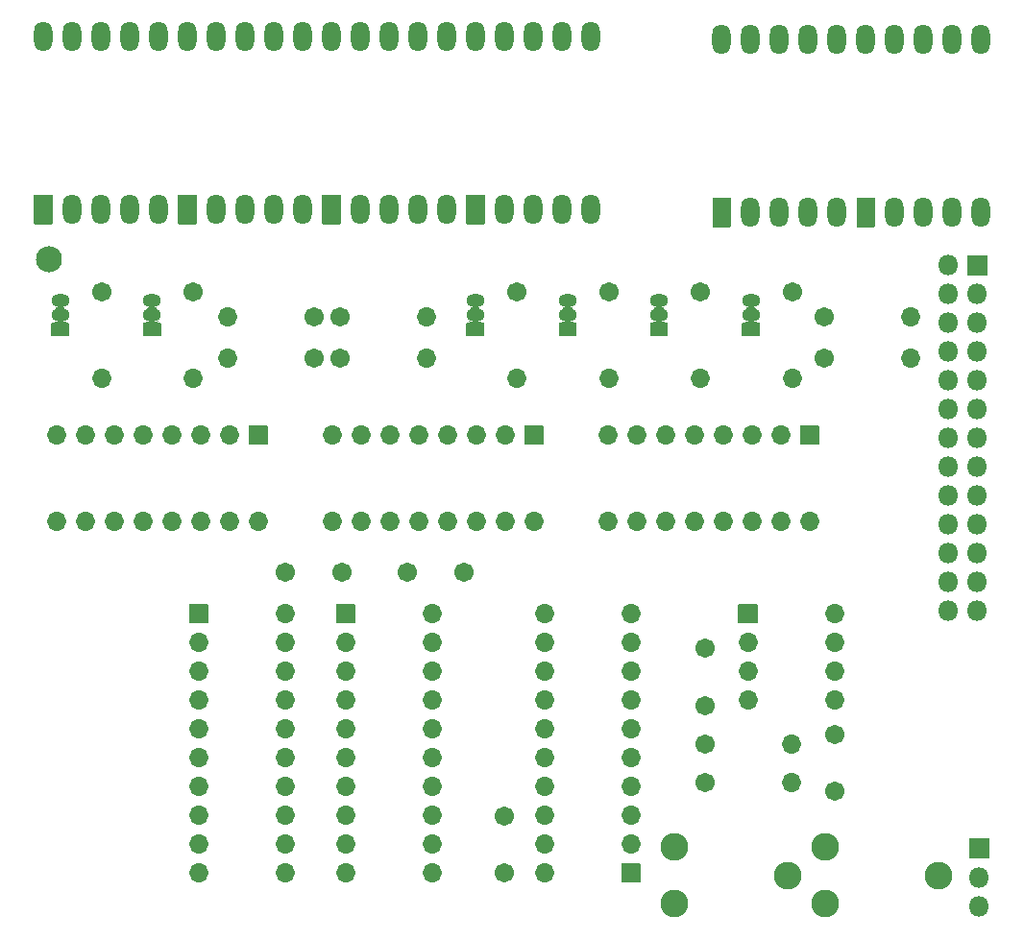
<source format=gts>
G04 #@! TF.GenerationSoftware,KiCad,Pcbnew,(5.1.9)-1*
G04 #@! TF.CreationDate,2023-06-01T16:11:40+01:00*
G04 #@! TF.ProjectId,AT65C02_HEX_rev003,41543635-4330-4325-9f48-45585f726576,Rev003*
G04 #@! TF.SameCoordinates,Original*
G04 #@! TF.FileFunction,Soldermask,Top*
G04 #@! TF.FilePolarity,Negative*
%FSLAX46Y46*%
G04 Gerber Fmt 4.6, Leading zero omitted, Abs format (unit mm)*
G04 Created by KiCad (PCBNEW (5.1.9)-1) date 2023-06-01 16:11:40*
%MOMM*%
%LPD*%
G01*
G04 APERTURE LIST*
%ADD10C,1.702000*%
%ADD11O,1.626000X2.626000*%
%ADD12O,1.602000X1.152000*%
%ADD13O,1.702000X1.702000*%
%ADD14C,2.442000*%
%ADD15O,1.802000X1.802000*%
%ADD16C,2.302000*%
%ADD17C,0.100000*%
G04 APERTURE END LIST*
D10*
X169015000Y-87050000D03*
X174015000Y-87050000D03*
X158242000Y-87050000D03*
X163242000Y-87050000D03*
X177565000Y-108525000D03*
X177565000Y-113525000D03*
D11*
X209438000Y-40042000D03*
X211978000Y-40042000D03*
X214518000Y-40042000D03*
X217058000Y-40042000D03*
X219598000Y-40042000D03*
X219598000Y-55282000D03*
X217058000Y-55282000D03*
X214518000Y-55282000D03*
X211978000Y-55282000D03*
G36*
G01*
X208625000Y-56544000D02*
X208625000Y-54020000D01*
G75*
G02*
X208676000Y-53969000I51000J0D01*
G01*
X210200000Y-53969000D01*
G75*
G02*
X210251000Y-54020000I0J-51000D01*
G01*
X210251000Y-56544000D01*
G75*
G02*
X210200000Y-56595000I-51000J0D01*
G01*
X208676000Y-56595000D01*
G75*
G02*
X208625000Y-56544000I0J51000D01*
G01*
G37*
D10*
X195290000Y-98750000D03*
X195290000Y-93750000D03*
G36*
G01*
X175756000Y-66196000D02*
X174256000Y-66196000D01*
G75*
G02*
X174205000Y-66145000I0J51000D01*
G01*
X174205000Y-65095000D01*
G75*
G02*
X174256000Y-65044000I51000J0D01*
G01*
X175756000Y-65044000D01*
G75*
G02*
X175807000Y-65095000I0J-51000D01*
G01*
X175807000Y-66145000D01*
G75*
G02*
X175756000Y-66196000I-51000J0D01*
G01*
G37*
D12*
X175006000Y-63080000D03*
X175006000Y-64350000D03*
X183166000Y-64350000D03*
X183166000Y-63080000D03*
G36*
G01*
X183916000Y-66196000D02*
X182416000Y-66196000D01*
G75*
G02*
X182365000Y-66145000I0J51000D01*
G01*
X182365000Y-65095000D01*
G75*
G02*
X182416000Y-65044000I51000J0D01*
G01*
X183916000Y-65044000D01*
G75*
G02*
X183967000Y-65095000I0J-51000D01*
G01*
X183967000Y-66145000D01*
G75*
G02*
X183916000Y-66196000I-51000J0D01*
G01*
G37*
D13*
X202910000Y-105525000D03*
D10*
X195290000Y-105525000D03*
X195290000Y-102150000D03*
D13*
X202910000Y-102150000D03*
D10*
X186806000Y-62290000D03*
D13*
X186806000Y-69910000D03*
X153162000Y-64520000D03*
D10*
X160782000Y-64520000D03*
G36*
G01*
X189573000Y-112738000D02*
X189573000Y-114338000D01*
G75*
G02*
X189522000Y-114389000I-51000J0D01*
G01*
X187922000Y-114389000D01*
G75*
G02*
X187871000Y-114338000I0J51000D01*
G01*
X187871000Y-112738000D01*
G75*
G02*
X187922000Y-112687000I51000J0D01*
G01*
X189522000Y-112687000D01*
G75*
G02*
X189573000Y-112738000I0J-51000D01*
G01*
G37*
D13*
X181102000Y-90678000D03*
X188722000Y-110998000D03*
X181102000Y-93218000D03*
X188722000Y-108458000D03*
X181102000Y-95758000D03*
X188722000Y-105918000D03*
X181102000Y-98298000D03*
X188722000Y-103378000D03*
X181102000Y-100838000D03*
X188722000Y-100838000D03*
X181102000Y-103378000D03*
X188722000Y-98298000D03*
X181102000Y-105918000D03*
X188722000Y-95758000D03*
X181102000Y-108458000D03*
X188722000Y-93218000D03*
X181102000Y-110998000D03*
X188722000Y-90678000D03*
X181102000Y-113538000D03*
G36*
G01*
X198189000Y-91478000D02*
X198189000Y-89878000D01*
G75*
G02*
X198240000Y-89827000I51000J0D01*
G01*
X199840000Y-89827000D01*
G75*
G02*
X199891000Y-89878000I0J-51000D01*
G01*
X199891000Y-91478000D01*
G75*
G02*
X199840000Y-91529000I-51000J0D01*
G01*
X198240000Y-91529000D01*
G75*
G02*
X198189000Y-91478000I0J51000D01*
G01*
G37*
X206660000Y-98298000D03*
X199040000Y-93218000D03*
X206660000Y-95758000D03*
X199040000Y-95758000D03*
X206660000Y-93218000D03*
X199040000Y-98298000D03*
X206660000Y-90678000D03*
G36*
G01*
X139174000Y-66196000D02*
X137674000Y-66196000D01*
G75*
G02*
X137623000Y-66145000I0J51000D01*
G01*
X137623000Y-65095000D01*
G75*
G02*
X137674000Y-65044000I51000J0D01*
G01*
X139174000Y-65044000D01*
G75*
G02*
X139225000Y-65095000I0J-51000D01*
G01*
X139225000Y-66145000D01*
G75*
G02*
X139174000Y-66196000I-51000J0D01*
G01*
G37*
D12*
X138424000Y-63080000D03*
X138424000Y-64350000D03*
X146529333Y-64350000D03*
X146529333Y-63080000D03*
G36*
G01*
X147279333Y-66196000D02*
X145779333Y-66196000D01*
G75*
G02*
X145728333Y-66145000I0J51000D01*
G01*
X145728333Y-65095000D01*
G75*
G02*
X145779333Y-65044000I51000J0D01*
G01*
X147279333Y-65044000D01*
G75*
G02*
X147330333Y-65095000I0J-51000D01*
G01*
X147330333Y-66145000D01*
G75*
G02*
X147279333Y-66196000I-51000J0D01*
G01*
G37*
X191210666Y-64350000D03*
X191210666Y-63080000D03*
G36*
G01*
X191960666Y-66196000D02*
X190460666Y-66196000D01*
G75*
G02*
X190409666Y-66145000I0J51000D01*
G01*
X190409666Y-65095000D01*
G75*
G02*
X190460666Y-65044000I51000J0D01*
G01*
X191960666Y-65044000D01*
G75*
G02*
X192011666Y-65095000I0J-51000D01*
G01*
X192011666Y-66145000D01*
G75*
G02*
X191960666Y-66196000I-51000J0D01*
G01*
G37*
G36*
G01*
X200066000Y-66196000D02*
X198566000Y-66196000D01*
G75*
G02*
X198515000Y-66145000I0J51000D01*
G01*
X198515000Y-65095000D01*
G75*
G02*
X198566000Y-65044000I51000J0D01*
G01*
X200066000Y-65044000D01*
G75*
G02*
X200117000Y-65095000I0J-51000D01*
G01*
X200117000Y-66145000D01*
G75*
G02*
X200066000Y-66196000I-51000J0D01*
G01*
G37*
X199316000Y-63080000D03*
X199316000Y-64350000D03*
D10*
X160782000Y-68160000D03*
D13*
X153162000Y-68160000D03*
D10*
X142064000Y-62290000D03*
D13*
X142064000Y-69910000D03*
X150169333Y-69910000D03*
D10*
X150169333Y-62290000D03*
D13*
X213360000Y-64520000D03*
D10*
X205740000Y-64520000D03*
G36*
G01*
X203670000Y-74079000D02*
X205270000Y-74079000D01*
G75*
G02*
X205321000Y-74130000I0J-51000D01*
G01*
X205321000Y-75730000D01*
G75*
G02*
X205270000Y-75781000I-51000J0D01*
G01*
X203670000Y-75781000D01*
G75*
G02*
X203619000Y-75730000I0J51000D01*
G01*
X203619000Y-74130000D01*
G75*
G02*
X203670000Y-74079000I51000J0D01*
G01*
G37*
D13*
X186690000Y-82550000D03*
X201930000Y-74930000D03*
X189230000Y-82550000D03*
X199390000Y-74930000D03*
X191770000Y-82550000D03*
X196850000Y-74930000D03*
X194310000Y-82550000D03*
X194310000Y-74930000D03*
X196850000Y-82550000D03*
X191770000Y-74930000D03*
X199390000Y-82550000D03*
X189230000Y-74930000D03*
X201930000Y-82550000D03*
X186690000Y-74930000D03*
X204470000Y-82550000D03*
X180167000Y-82550000D03*
X162387000Y-74930000D03*
X177627000Y-82550000D03*
X164927000Y-74930000D03*
X175087000Y-82550000D03*
X167467000Y-74930000D03*
X172547000Y-82550000D03*
X170007000Y-74930000D03*
X170007000Y-82550000D03*
X172547000Y-74930000D03*
X167467000Y-82550000D03*
X175087000Y-74930000D03*
X164927000Y-82550000D03*
X177627000Y-74930000D03*
X162387000Y-82550000D03*
G36*
G01*
X179367000Y-74079000D02*
X180967000Y-74079000D01*
G75*
G02*
X181018000Y-74130000I0J-51000D01*
G01*
X181018000Y-75730000D01*
G75*
G02*
X180967000Y-75781000I-51000J0D01*
G01*
X179367000Y-75781000D01*
G75*
G02*
X179316000Y-75730000I0J51000D01*
G01*
X179316000Y-74130000D01*
G75*
G02*
X179367000Y-74079000I51000J0D01*
G01*
G37*
X170688000Y-68160000D03*
D10*
X163068000Y-68160000D03*
D13*
X170688000Y-64520000D03*
D10*
X163068000Y-64520000D03*
D13*
X178646000Y-69910000D03*
D10*
X178646000Y-62290000D03*
X205740000Y-68160000D03*
D13*
X213360000Y-68160000D03*
D10*
X194850666Y-62290000D03*
D13*
X194850666Y-69910000D03*
D10*
X202956000Y-62290000D03*
D13*
X202956000Y-69910000D03*
G36*
G01*
X155064000Y-74079000D02*
X156664000Y-74079000D01*
G75*
G02*
X156715000Y-74130000I0J-51000D01*
G01*
X156715000Y-75730000D01*
G75*
G02*
X156664000Y-75781000I-51000J0D01*
G01*
X155064000Y-75781000D01*
G75*
G02*
X155013000Y-75730000I0J51000D01*
G01*
X155013000Y-74130000D01*
G75*
G02*
X155064000Y-74079000I51000J0D01*
G01*
G37*
X138084000Y-82550000D03*
X153324000Y-74930000D03*
X140624000Y-82550000D03*
X150784000Y-74930000D03*
X143164000Y-82550000D03*
X148244000Y-74930000D03*
X145704000Y-82550000D03*
X145704000Y-74930000D03*
X148244000Y-82550000D03*
X143164000Y-74930000D03*
X150784000Y-82550000D03*
X140624000Y-74930000D03*
X153324000Y-82550000D03*
X138084000Y-74930000D03*
X155864000Y-82550000D03*
G36*
G01*
X162725000Y-91478000D02*
X162725000Y-89878000D01*
G75*
G02*
X162776000Y-89827000I51000J0D01*
G01*
X164376000Y-89827000D01*
G75*
G02*
X164427000Y-89878000I0J-51000D01*
G01*
X164427000Y-91478000D01*
G75*
G02*
X164376000Y-91529000I-51000J0D01*
G01*
X162776000Y-91529000D01*
G75*
G02*
X162725000Y-91478000I0J51000D01*
G01*
G37*
X171196000Y-113538000D03*
X163576000Y-93218000D03*
X171196000Y-110998000D03*
X163576000Y-95758000D03*
X171196000Y-108458000D03*
X163576000Y-98298000D03*
X171196000Y-105918000D03*
X163576000Y-100838000D03*
X171196000Y-103378000D03*
X163576000Y-103378000D03*
X171196000Y-100838000D03*
X163576000Y-105918000D03*
X171196000Y-98298000D03*
X163576000Y-108458000D03*
X171196000Y-95758000D03*
X163576000Y-110998000D03*
X171196000Y-93218000D03*
X163576000Y-113538000D03*
X171196000Y-90678000D03*
X158242000Y-90678000D03*
X150622000Y-113538000D03*
X158242000Y-93218000D03*
X150622000Y-110998000D03*
X158242000Y-95758000D03*
X150622000Y-108458000D03*
X158242000Y-98298000D03*
X150622000Y-105918000D03*
X158242000Y-100838000D03*
X150622000Y-103378000D03*
X158242000Y-103378000D03*
X150622000Y-100838000D03*
X158242000Y-105918000D03*
X150622000Y-98298000D03*
X158242000Y-108458000D03*
X150622000Y-95758000D03*
X158242000Y-110998000D03*
X150622000Y-93218000D03*
X158242000Y-113538000D03*
G36*
G01*
X149771000Y-91478000D02*
X149771000Y-89878000D01*
G75*
G02*
X149822000Y-89827000I51000J0D01*
G01*
X151422000Y-89827000D01*
G75*
G02*
X151473000Y-89878000I0J-51000D01*
G01*
X151473000Y-91478000D01*
G75*
G02*
X151422000Y-91529000I-51000J0D01*
G01*
X149822000Y-91529000D01*
G75*
G02*
X149771000Y-91478000I0J51000D01*
G01*
G37*
G36*
G01*
X136127000Y-56290000D02*
X136127000Y-53766000D01*
G75*
G02*
X136178000Y-53715000I51000J0D01*
G01*
X137702000Y-53715000D01*
G75*
G02*
X137753000Y-53766000I0J-51000D01*
G01*
X137753000Y-56290000D01*
G75*
G02*
X137702000Y-56341000I-51000J0D01*
G01*
X136178000Y-56341000D01*
G75*
G02*
X136127000Y-56290000I0J51000D01*
G01*
G37*
D11*
X139480000Y-55028000D03*
X142020000Y-55028000D03*
X144560000Y-55028000D03*
X147100000Y-55028000D03*
X147100000Y-39788000D03*
X144560000Y-39788000D03*
X142020000Y-39788000D03*
X139480000Y-39788000D03*
X136940000Y-39788000D03*
X149640000Y-39788000D03*
X152180000Y-39788000D03*
X154720000Y-39788000D03*
X157260000Y-39788000D03*
X159800000Y-39788000D03*
X159800000Y-55028000D03*
X157260000Y-55028000D03*
X154720000Y-55028000D03*
X152180000Y-55028000D03*
G36*
G01*
X148827000Y-56290000D02*
X148827000Y-53766000D01*
G75*
G02*
X148878000Y-53715000I51000J0D01*
G01*
X150402000Y-53715000D01*
G75*
G02*
X150453000Y-53766000I0J-51000D01*
G01*
X150453000Y-56290000D01*
G75*
G02*
X150402000Y-56341000I-51000J0D01*
G01*
X148878000Y-56341000D01*
G75*
G02*
X148827000Y-56290000I0J51000D01*
G01*
G37*
G36*
G01*
X161527000Y-56290000D02*
X161527000Y-53766000D01*
G75*
G02*
X161578000Y-53715000I51000J0D01*
G01*
X163102000Y-53715000D01*
G75*
G02*
X163153000Y-53766000I0J-51000D01*
G01*
X163153000Y-56290000D01*
G75*
G02*
X163102000Y-56341000I-51000J0D01*
G01*
X161578000Y-56341000D01*
G75*
G02*
X161527000Y-56290000I0J51000D01*
G01*
G37*
X164880000Y-55028000D03*
X167420000Y-55028000D03*
X169960000Y-55028000D03*
X172500000Y-55028000D03*
X172500000Y-39788000D03*
X169960000Y-39788000D03*
X167420000Y-39788000D03*
X164880000Y-39788000D03*
X162340000Y-39788000D03*
X175040000Y-39788000D03*
X177580000Y-39788000D03*
X180120000Y-39788000D03*
X182660000Y-39788000D03*
X185200000Y-39788000D03*
X185200000Y-55028000D03*
X182660000Y-55028000D03*
X180120000Y-55028000D03*
X177580000Y-55028000D03*
G36*
G01*
X174227000Y-56290000D02*
X174227000Y-53766000D01*
G75*
G02*
X174278000Y-53715000I51000J0D01*
G01*
X175802000Y-53715000D01*
G75*
G02*
X175853000Y-53766000I0J-51000D01*
G01*
X175853000Y-56290000D01*
G75*
G02*
X175802000Y-56341000I-51000J0D01*
G01*
X174278000Y-56341000D01*
G75*
G02*
X174227000Y-56290000I0J51000D01*
G01*
G37*
G36*
G01*
X195925000Y-56544000D02*
X195925000Y-54020000D01*
G75*
G02*
X195976000Y-53969000I51000J0D01*
G01*
X197500000Y-53969000D01*
G75*
G02*
X197551000Y-54020000I0J-51000D01*
G01*
X197551000Y-56544000D01*
G75*
G02*
X197500000Y-56595000I-51000J0D01*
G01*
X195976000Y-56595000D01*
G75*
G02*
X195925000Y-56544000I0J51000D01*
G01*
G37*
X199278000Y-55282000D03*
X201818000Y-55282000D03*
X204358000Y-55282000D03*
X206898000Y-55282000D03*
X206898000Y-40042000D03*
X204358000Y-40042000D03*
X201818000Y-40042000D03*
X199278000Y-40042000D03*
X196738000Y-40042000D03*
D10*
X206660000Y-101350000D03*
X206660000Y-106350000D03*
D14*
X192565000Y-116250000D03*
X202565000Y-113750000D03*
X192565000Y-111250000D03*
X205840000Y-111250000D03*
X215840000Y-113750000D03*
X205840000Y-116250000D03*
D15*
X219440000Y-116455000D03*
X219440000Y-113915000D03*
G36*
G01*
X218539000Y-112225000D02*
X218539000Y-110525000D01*
G75*
G02*
X218590000Y-110474000I51000J0D01*
G01*
X220290000Y-110474000D01*
G75*
G02*
X220341000Y-110525000I0J-51000D01*
G01*
X220341000Y-112225000D01*
G75*
G02*
X220290000Y-112276000I-51000J0D01*
G01*
X218590000Y-112276000D01*
G75*
G02*
X218539000Y-112225000I0J51000D01*
G01*
G37*
G36*
G01*
X220161000Y-59100000D02*
X220161000Y-60800000D01*
G75*
G02*
X220110000Y-60851000I-51000J0D01*
G01*
X218410000Y-60851000D01*
G75*
G02*
X218359000Y-60800000I0J51000D01*
G01*
X218359000Y-59100000D01*
G75*
G02*
X218410000Y-59049000I51000J0D01*
G01*
X220110000Y-59049000D01*
G75*
G02*
X220161000Y-59100000I0J-51000D01*
G01*
G37*
X216720000Y-59950000D03*
X219260000Y-62490000D03*
X216720000Y-62490000D03*
X219260000Y-65030000D03*
X216720000Y-65030000D03*
X219260000Y-67570000D03*
X216720000Y-67570000D03*
X219260000Y-70110000D03*
X216720000Y-70110000D03*
X219260000Y-72650000D03*
X216720000Y-72650000D03*
X219260000Y-75190000D03*
X216720000Y-75190000D03*
X219260000Y-77730000D03*
X216720000Y-77730000D03*
X219260000Y-80270000D03*
X216720000Y-80270000D03*
X219260000Y-82810000D03*
X216720000Y-82810000D03*
X219260000Y-85350000D03*
X216720000Y-85350000D03*
X219260000Y-87890000D03*
X216720000Y-87890000D03*
X219260000Y-90430000D03*
X216720000Y-90430000D03*
D16*
X137465000Y-59425000D03*
D17*
G36*
X191760340Y-64826390D02*
G01*
X191759781Y-64828130D01*
X191746935Y-64840976D01*
X191733540Y-64861024D01*
X191724313Y-64883297D01*
X191719609Y-64906948D01*
X191719609Y-64931054D01*
X191724313Y-64954704D01*
X191733540Y-64976978D01*
X191746934Y-64997025D01*
X191763981Y-65014072D01*
X191784029Y-65027467D01*
X191806302Y-65036694D01*
X191829999Y-65041407D01*
X191842104Y-65042002D01*
X191843785Y-65043086D01*
X191843687Y-65045084D01*
X191842006Y-65046000D01*
X190579326Y-65046000D01*
X190577594Y-65045000D01*
X190577594Y-65043000D01*
X190579130Y-65042010D01*
X190603317Y-65039628D01*
X190626392Y-65032628D01*
X190647656Y-65021263D01*
X190666293Y-65005968D01*
X190681588Y-64987331D01*
X190692953Y-64966067D01*
X190699953Y-64942992D01*
X190702316Y-64919001D01*
X190699953Y-64895010D01*
X190692953Y-64871935D01*
X190681588Y-64850671D01*
X190666261Y-64831995D01*
X190664789Y-64830661D01*
X190664177Y-64828757D01*
X190665520Y-64827275D01*
X190667075Y-64827415D01*
X190766009Y-64880298D01*
X190873689Y-64912962D01*
X190985760Y-64924000D01*
X191435572Y-64924000D01*
X191547643Y-64912962D01*
X191655323Y-64880298D01*
X191754558Y-64827255D01*
X191757098Y-64825170D01*
X191759072Y-64824844D01*
X191760340Y-64826390D01*
G37*
G36*
X147079007Y-64826390D02*
G01*
X147078448Y-64828130D01*
X147065602Y-64840976D01*
X147052207Y-64861024D01*
X147042980Y-64883297D01*
X147038276Y-64906948D01*
X147038276Y-64931054D01*
X147042980Y-64954704D01*
X147052207Y-64976978D01*
X147065601Y-64997025D01*
X147082648Y-65014072D01*
X147102696Y-65027467D01*
X147124969Y-65036694D01*
X147148666Y-65041407D01*
X147160771Y-65042002D01*
X147162452Y-65043086D01*
X147162354Y-65045084D01*
X147160673Y-65046000D01*
X145897993Y-65046000D01*
X145896261Y-65045000D01*
X145896261Y-65043000D01*
X145897797Y-65042010D01*
X145921984Y-65039628D01*
X145945059Y-65032628D01*
X145966323Y-65021263D01*
X145984960Y-65005968D01*
X146000255Y-64987331D01*
X146011620Y-64966067D01*
X146018620Y-64942992D01*
X146020983Y-64919001D01*
X146018620Y-64895010D01*
X146011620Y-64871935D01*
X146000255Y-64850671D01*
X145984928Y-64831995D01*
X145983456Y-64830661D01*
X145982844Y-64828757D01*
X145984187Y-64827275D01*
X145985742Y-64827415D01*
X146084676Y-64880298D01*
X146192356Y-64912962D01*
X146304427Y-64924000D01*
X146754239Y-64924000D01*
X146866310Y-64912962D01*
X146973990Y-64880298D01*
X147073225Y-64827255D01*
X147075765Y-64825170D01*
X147077739Y-64824844D01*
X147079007Y-64826390D01*
G37*
G36*
X175555674Y-64826390D02*
G01*
X175555115Y-64828130D01*
X175542269Y-64840976D01*
X175528874Y-64861024D01*
X175519647Y-64883297D01*
X175514943Y-64906948D01*
X175514943Y-64931054D01*
X175519647Y-64954704D01*
X175528874Y-64976978D01*
X175542268Y-64997025D01*
X175559315Y-65014072D01*
X175579363Y-65027467D01*
X175601636Y-65036694D01*
X175625333Y-65041407D01*
X175637438Y-65042002D01*
X175639119Y-65043086D01*
X175639021Y-65045084D01*
X175637340Y-65046000D01*
X174374660Y-65046000D01*
X174372928Y-65045000D01*
X174372928Y-65043000D01*
X174374464Y-65042010D01*
X174398651Y-65039628D01*
X174421726Y-65032628D01*
X174442990Y-65021263D01*
X174461627Y-65005968D01*
X174476922Y-64987331D01*
X174488287Y-64966067D01*
X174495287Y-64942992D01*
X174497650Y-64919001D01*
X174495287Y-64895010D01*
X174488287Y-64871935D01*
X174476922Y-64850671D01*
X174461595Y-64831995D01*
X174460123Y-64830661D01*
X174459511Y-64828757D01*
X174460854Y-64827275D01*
X174462409Y-64827415D01*
X174561343Y-64880298D01*
X174669023Y-64912962D01*
X174781094Y-64924000D01*
X175230906Y-64924000D01*
X175342977Y-64912962D01*
X175450657Y-64880298D01*
X175549892Y-64827255D01*
X175552432Y-64825170D01*
X175554406Y-64824844D01*
X175555674Y-64826390D01*
G37*
G36*
X138973674Y-64826390D02*
G01*
X138973115Y-64828130D01*
X138960269Y-64840976D01*
X138946874Y-64861024D01*
X138937647Y-64883297D01*
X138932943Y-64906948D01*
X138932943Y-64931054D01*
X138937647Y-64954704D01*
X138946874Y-64976978D01*
X138960268Y-64997025D01*
X138977315Y-65014072D01*
X138997363Y-65027467D01*
X139019636Y-65036694D01*
X139043333Y-65041407D01*
X139055438Y-65042002D01*
X139057119Y-65043086D01*
X139057021Y-65045084D01*
X139055340Y-65046000D01*
X137792660Y-65046000D01*
X137790928Y-65045000D01*
X137790928Y-65043000D01*
X137792464Y-65042010D01*
X137816651Y-65039628D01*
X137839726Y-65032628D01*
X137860990Y-65021263D01*
X137879627Y-65005968D01*
X137894922Y-64987331D01*
X137906287Y-64966067D01*
X137913287Y-64942992D01*
X137915650Y-64919001D01*
X137913287Y-64895010D01*
X137906287Y-64871935D01*
X137894922Y-64850671D01*
X137879595Y-64831995D01*
X137878123Y-64830661D01*
X137877511Y-64828757D01*
X137878854Y-64827275D01*
X137880409Y-64827415D01*
X137979343Y-64880298D01*
X138087023Y-64912962D01*
X138199094Y-64924000D01*
X138648906Y-64924000D01*
X138760977Y-64912962D01*
X138868657Y-64880298D01*
X138967892Y-64827255D01*
X138970432Y-64825170D01*
X138972406Y-64824844D01*
X138973674Y-64826390D01*
G37*
G36*
X199865674Y-64826390D02*
G01*
X199865115Y-64828130D01*
X199852269Y-64840976D01*
X199838874Y-64861024D01*
X199829647Y-64883297D01*
X199824943Y-64906948D01*
X199824943Y-64931054D01*
X199829647Y-64954704D01*
X199838874Y-64976978D01*
X199852268Y-64997025D01*
X199869315Y-65014072D01*
X199889363Y-65027467D01*
X199911636Y-65036694D01*
X199935333Y-65041407D01*
X199947438Y-65042002D01*
X199949119Y-65043086D01*
X199949021Y-65045084D01*
X199947340Y-65046000D01*
X198684660Y-65046000D01*
X198682928Y-65045000D01*
X198682928Y-65043000D01*
X198684464Y-65042010D01*
X198708651Y-65039628D01*
X198731726Y-65032628D01*
X198752990Y-65021263D01*
X198771627Y-65005968D01*
X198786922Y-64987331D01*
X198798287Y-64966067D01*
X198805287Y-64942992D01*
X198807650Y-64919001D01*
X198805287Y-64895010D01*
X198798287Y-64871935D01*
X198786922Y-64850671D01*
X198771595Y-64831995D01*
X198770123Y-64830661D01*
X198769511Y-64828757D01*
X198770854Y-64827275D01*
X198772409Y-64827415D01*
X198871343Y-64880298D01*
X198979023Y-64912962D01*
X199091094Y-64924000D01*
X199540906Y-64924000D01*
X199652977Y-64912962D01*
X199760657Y-64880298D01*
X199859892Y-64827255D01*
X199862432Y-64825170D01*
X199864406Y-64824844D01*
X199865674Y-64826390D01*
G37*
G36*
X183715674Y-64826390D02*
G01*
X183715115Y-64828130D01*
X183702269Y-64840976D01*
X183688874Y-64861024D01*
X183679647Y-64883297D01*
X183674943Y-64906948D01*
X183674943Y-64931054D01*
X183679647Y-64954704D01*
X183688874Y-64976978D01*
X183702268Y-64997025D01*
X183719315Y-65014072D01*
X183739363Y-65027467D01*
X183761636Y-65036694D01*
X183785333Y-65041407D01*
X183797438Y-65042002D01*
X183799119Y-65043086D01*
X183799021Y-65045084D01*
X183797340Y-65046000D01*
X182534660Y-65046000D01*
X182532928Y-65045000D01*
X182532928Y-65043000D01*
X182534464Y-65042010D01*
X182558651Y-65039628D01*
X182581726Y-65032628D01*
X182602990Y-65021263D01*
X182621627Y-65005968D01*
X182636922Y-64987331D01*
X182648287Y-64966067D01*
X182655287Y-64942992D01*
X182657650Y-64919001D01*
X182655287Y-64895010D01*
X182648287Y-64871935D01*
X182636922Y-64850671D01*
X182621595Y-64831995D01*
X182620123Y-64830661D01*
X182619511Y-64828757D01*
X182620854Y-64827275D01*
X182622409Y-64827415D01*
X182721343Y-64880298D01*
X182829023Y-64912962D01*
X182941094Y-64924000D01*
X183390906Y-64924000D01*
X183502977Y-64912962D01*
X183610657Y-64880298D01*
X183709892Y-64827255D01*
X183712432Y-64825170D01*
X183714406Y-64824844D01*
X183715674Y-64826390D01*
G37*
G36*
X190758733Y-63606409D02*
G01*
X190766009Y-63610298D01*
X190873689Y-63642962D01*
X190985760Y-63654000D01*
X191435572Y-63654000D01*
X191547643Y-63642962D01*
X191655323Y-63610298D01*
X191662599Y-63606409D01*
X191664598Y-63606475D01*
X191665541Y-63608238D01*
X191664653Y-63609836D01*
X191649548Y-63619929D01*
X191632501Y-63636976D01*
X191619106Y-63657024D01*
X191609880Y-63679298D01*
X191605176Y-63702948D01*
X191605176Y-63727054D01*
X191609881Y-63750704D01*
X191619107Y-63772978D01*
X191632502Y-63793025D01*
X191649549Y-63810072D01*
X191664653Y-63820164D01*
X191665538Y-63821958D01*
X191664427Y-63823621D01*
X191662599Y-63823591D01*
X191655323Y-63819702D01*
X191547643Y-63787038D01*
X191435572Y-63776000D01*
X190985760Y-63776000D01*
X190873689Y-63787038D01*
X190766009Y-63819702D01*
X190758733Y-63823591D01*
X190756734Y-63823525D01*
X190755791Y-63821762D01*
X190756679Y-63820164D01*
X190771784Y-63810071D01*
X190788831Y-63793024D01*
X190802226Y-63772976D01*
X190811452Y-63750702D01*
X190816156Y-63727052D01*
X190816156Y-63702946D01*
X190811451Y-63679296D01*
X190802225Y-63657022D01*
X190788830Y-63636975D01*
X190771783Y-63619928D01*
X190756679Y-63609836D01*
X190755794Y-63608042D01*
X190756905Y-63606379D01*
X190758733Y-63606409D01*
G37*
G36*
X137972067Y-63606409D02*
G01*
X137979343Y-63610298D01*
X138087023Y-63642962D01*
X138199094Y-63654000D01*
X138648906Y-63654000D01*
X138760977Y-63642962D01*
X138868657Y-63610298D01*
X138875933Y-63606409D01*
X138877932Y-63606475D01*
X138878875Y-63608238D01*
X138877987Y-63609836D01*
X138862882Y-63619929D01*
X138845835Y-63636976D01*
X138832440Y-63657024D01*
X138823214Y-63679298D01*
X138818510Y-63702948D01*
X138818510Y-63727054D01*
X138823215Y-63750704D01*
X138832441Y-63772978D01*
X138845836Y-63793025D01*
X138862883Y-63810072D01*
X138877987Y-63820164D01*
X138878872Y-63821958D01*
X138877761Y-63823621D01*
X138875933Y-63823591D01*
X138868657Y-63819702D01*
X138760977Y-63787038D01*
X138648906Y-63776000D01*
X138199094Y-63776000D01*
X138087023Y-63787038D01*
X137979343Y-63819702D01*
X137972067Y-63823591D01*
X137970068Y-63823525D01*
X137969125Y-63821762D01*
X137970013Y-63820164D01*
X137985118Y-63810071D01*
X138002165Y-63793024D01*
X138015560Y-63772976D01*
X138024786Y-63750702D01*
X138029490Y-63727052D01*
X138029490Y-63702946D01*
X138024785Y-63679296D01*
X138015559Y-63657022D01*
X138002164Y-63636975D01*
X137985117Y-63619928D01*
X137970013Y-63609836D01*
X137969128Y-63608042D01*
X137970239Y-63606379D01*
X137972067Y-63606409D01*
G37*
G36*
X146077400Y-63606409D02*
G01*
X146084676Y-63610298D01*
X146192356Y-63642962D01*
X146304427Y-63654000D01*
X146754239Y-63654000D01*
X146866310Y-63642962D01*
X146973990Y-63610298D01*
X146981266Y-63606409D01*
X146983265Y-63606475D01*
X146984208Y-63608238D01*
X146983320Y-63609836D01*
X146968215Y-63619929D01*
X146951168Y-63636976D01*
X146937773Y-63657024D01*
X146928547Y-63679298D01*
X146923843Y-63702948D01*
X146923843Y-63727054D01*
X146928548Y-63750704D01*
X146937774Y-63772978D01*
X146951169Y-63793025D01*
X146968216Y-63810072D01*
X146983320Y-63820164D01*
X146984205Y-63821958D01*
X146983094Y-63823621D01*
X146981266Y-63823591D01*
X146973990Y-63819702D01*
X146866310Y-63787038D01*
X146754239Y-63776000D01*
X146304427Y-63776000D01*
X146192356Y-63787038D01*
X146084676Y-63819702D01*
X146077400Y-63823591D01*
X146075401Y-63823525D01*
X146074458Y-63821762D01*
X146075346Y-63820164D01*
X146090451Y-63810071D01*
X146107498Y-63793024D01*
X146120893Y-63772976D01*
X146130119Y-63750702D01*
X146134823Y-63727052D01*
X146134823Y-63702946D01*
X146130118Y-63679296D01*
X146120892Y-63657022D01*
X146107497Y-63636975D01*
X146090450Y-63619928D01*
X146075346Y-63609836D01*
X146074461Y-63608042D01*
X146075572Y-63606379D01*
X146077400Y-63606409D01*
G37*
G36*
X198864067Y-63606409D02*
G01*
X198871343Y-63610298D01*
X198979023Y-63642962D01*
X199091094Y-63654000D01*
X199540906Y-63654000D01*
X199652977Y-63642962D01*
X199760657Y-63610298D01*
X199767933Y-63606409D01*
X199769932Y-63606475D01*
X199770875Y-63608238D01*
X199769987Y-63609836D01*
X199754882Y-63619929D01*
X199737835Y-63636976D01*
X199724440Y-63657024D01*
X199715214Y-63679298D01*
X199710510Y-63702948D01*
X199710510Y-63727054D01*
X199715215Y-63750704D01*
X199724441Y-63772978D01*
X199737836Y-63793025D01*
X199754883Y-63810072D01*
X199769987Y-63820164D01*
X199770872Y-63821958D01*
X199769761Y-63823621D01*
X199767933Y-63823591D01*
X199760657Y-63819702D01*
X199652977Y-63787038D01*
X199540906Y-63776000D01*
X199091094Y-63776000D01*
X198979023Y-63787038D01*
X198871343Y-63819702D01*
X198864067Y-63823591D01*
X198862068Y-63823525D01*
X198861125Y-63821762D01*
X198862013Y-63820164D01*
X198877118Y-63810071D01*
X198894165Y-63793024D01*
X198907560Y-63772976D01*
X198916786Y-63750702D01*
X198921490Y-63727052D01*
X198921490Y-63702946D01*
X198916785Y-63679296D01*
X198907559Y-63657022D01*
X198894164Y-63636975D01*
X198877117Y-63619928D01*
X198862013Y-63609836D01*
X198861128Y-63608042D01*
X198862239Y-63606379D01*
X198864067Y-63606409D01*
G37*
G36*
X174554067Y-63606409D02*
G01*
X174561343Y-63610298D01*
X174669023Y-63642962D01*
X174781094Y-63654000D01*
X175230906Y-63654000D01*
X175342977Y-63642962D01*
X175450657Y-63610298D01*
X175457933Y-63606409D01*
X175459932Y-63606475D01*
X175460875Y-63608238D01*
X175459987Y-63609836D01*
X175444882Y-63619929D01*
X175427835Y-63636976D01*
X175414440Y-63657024D01*
X175405214Y-63679298D01*
X175400510Y-63702948D01*
X175400510Y-63727054D01*
X175405215Y-63750704D01*
X175414441Y-63772978D01*
X175427836Y-63793025D01*
X175444883Y-63810072D01*
X175459987Y-63820164D01*
X175460872Y-63821958D01*
X175459761Y-63823621D01*
X175457933Y-63823591D01*
X175450657Y-63819702D01*
X175342977Y-63787038D01*
X175230906Y-63776000D01*
X174781094Y-63776000D01*
X174669023Y-63787038D01*
X174561343Y-63819702D01*
X174554067Y-63823591D01*
X174552068Y-63823525D01*
X174551125Y-63821762D01*
X174552013Y-63820164D01*
X174567118Y-63810071D01*
X174584165Y-63793024D01*
X174597560Y-63772976D01*
X174606786Y-63750702D01*
X174611490Y-63727052D01*
X174611490Y-63702946D01*
X174606785Y-63679296D01*
X174597559Y-63657022D01*
X174584164Y-63636975D01*
X174567117Y-63619928D01*
X174552013Y-63609836D01*
X174551128Y-63608042D01*
X174552239Y-63606379D01*
X174554067Y-63606409D01*
G37*
G36*
X182714067Y-63606409D02*
G01*
X182721343Y-63610298D01*
X182829023Y-63642962D01*
X182941094Y-63654000D01*
X183390906Y-63654000D01*
X183502977Y-63642962D01*
X183610657Y-63610298D01*
X183617933Y-63606409D01*
X183619932Y-63606475D01*
X183620875Y-63608238D01*
X183619987Y-63609836D01*
X183604882Y-63619929D01*
X183587835Y-63636976D01*
X183574440Y-63657024D01*
X183565214Y-63679298D01*
X183560510Y-63702948D01*
X183560510Y-63727054D01*
X183565215Y-63750704D01*
X183574441Y-63772978D01*
X183587836Y-63793025D01*
X183604883Y-63810072D01*
X183619987Y-63820164D01*
X183620872Y-63821958D01*
X183619761Y-63823621D01*
X183617933Y-63823591D01*
X183610657Y-63819702D01*
X183502977Y-63787038D01*
X183390906Y-63776000D01*
X182941094Y-63776000D01*
X182829023Y-63787038D01*
X182721343Y-63819702D01*
X182714067Y-63823591D01*
X182712068Y-63823525D01*
X182711125Y-63821762D01*
X182712013Y-63820164D01*
X182727118Y-63810071D01*
X182744165Y-63793024D01*
X182757560Y-63772976D01*
X182766786Y-63750702D01*
X182771490Y-63727052D01*
X182771490Y-63702946D01*
X182766785Y-63679296D01*
X182757559Y-63657022D01*
X182744164Y-63636975D01*
X182727117Y-63619928D01*
X182712013Y-63609836D01*
X182711128Y-63608042D01*
X182712239Y-63606379D01*
X182714067Y-63606409D01*
G37*
M02*

</source>
